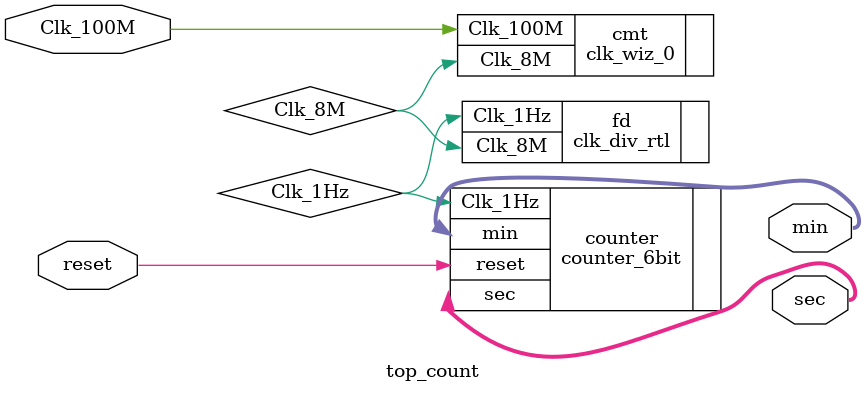
<source format=v>
`timescale 1ns / 1ps


module top_count (
    input Clk_100M,
    input reset,
    output [5:0] sec, min
);

  wire Clk_8M, Clk_1Hz;

  // CMT INSTANTIATION
  clk_wiz_0 cmt (
      // Clock out ports
      .Clk_8M  (Clk_8M),   // output Clk_8M
      // Clock in ports
      .Clk_100M(Clk_100M)
  );  // input Clk_100M

  // FREQ DIVISION INSTANTIATION
  clk_div_rtl fd (
      .Clk_8M (Clk_8M),
      .Clk_1Hz(Clk_1Hz)
  );

  // COUNTER INSTANTIATION
  counter_6bit counter(
      .Clk_1Hz(Clk_1Hz), .reset(reset), .sec(sec), .min(min)
  );

endmodule

</source>
